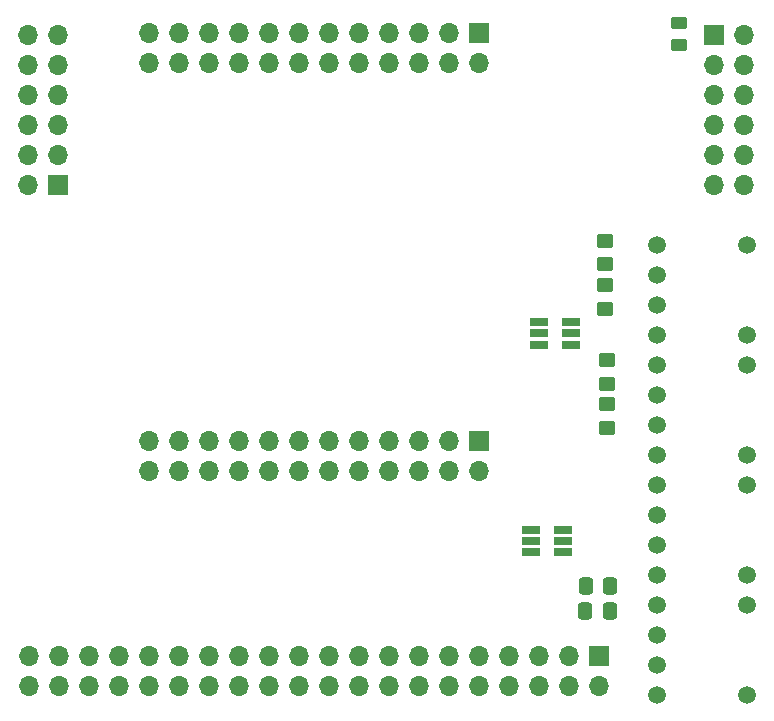
<source format=gts>
G04 #@! TF.GenerationSoftware,KiCad,Pcbnew,(6.0.6)*
G04 #@! TF.CreationDate,2022-08-29T09:38:23+02:00*
G04 #@! TF.ProjectId,afe-ep-shield,6166652d-6570-42d7-9368-69656c642e6b,rev?*
G04 #@! TF.SameCoordinates,Original*
G04 #@! TF.FileFunction,Soldermask,Top*
G04 #@! TF.FilePolarity,Negative*
%FSLAX46Y46*%
G04 Gerber Fmt 4.6, Leading zero omitted, Abs format (unit mm)*
G04 Created by KiCad (PCBNEW (6.0.6)) date 2022-08-29 09:38:23*
%MOMM*%
%LPD*%
G01*
G04 APERTURE LIST*
G04 Aperture macros list*
%AMRoundRect*
0 Rectangle with rounded corners*
0 $1 Rounding radius*
0 $2 $3 $4 $5 $6 $7 $8 $9 X,Y pos of 4 corners*
0 Add a 4 corners polygon primitive as box body*
4,1,4,$2,$3,$4,$5,$6,$7,$8,$9,$2,$3,0*
0 Add four circle primitives for the rounded corners*
1,1,$1+$1,$2,$3*
1,1,$1+$1,$4,$5*
1,1,$1+$1,$6,$7*
1,1,$1+$1,$8,$9*
0 Add four rect primitives between the rounded corners*
20,1,$1+$1,$2,$3,$4,$5,0*
20,1,$1+$1,$4,$5,$6,$7,0*
20,1,$1+$1,$6,$7,$8,$9,0*
20,1,$1+$1,$8,$9,$2,$3,0*%
G04 Aperture macros list end*
%ADD10RoundRect,0.250000X-0.450000X0.350000X-0.450000X-0.350000X0.450000X-0.350000X0.450000X0.350000X0*%
%ADD11C,1.515000*%
%ADD12R,1.560000X0.650000*%
%ADD13R,1.700000X1.700000*%
%ADD14O,1.700000X1.700000*%
%ADD15RoundRect,0.250000X-0.337500X-0.475000X0.337500X-0.475000X0.337500X0.475000X-0.337500X0.475000X0*%
%ADD16RoundRect,0.250000X0.450000X-0.262500X0.450000X0.262500X-0.450000X0.262500X-0.450000X-0.262500X0*%
G04 APERTURE END LIST*
D10*
X110871000Y-38852600D03*
X110871000Y-40852600D03*
D11*
X115265200Y-39192200D03*
X115265200Y-41732200D03*
X115265200Y-44272200D03*
X115265200Y-46812200D03*
X122885200Y-46812200D03*
X122885200Y-39192200D03*
X115265200Y-69672200D03*
X115265200Y-72212200D03*
X115265200Y-74752200D03*
X115265200Y-77292200D03*
X122885200Y-77292200D03*
X122885200Y-69672200D03*
X115265200Y-59512200D03*
X115265200Y-62052200D03*
X115265200Y-64592200D03*
X115265200Y-67132200D03*
X122885200Y-67132200D03*
X122885200Y-59512200D03*
D10*
X111074200Y-52705000D03*
X111074200Y-54705000D03*
D12*
X104589500Y-63337400D03*
X104589500Y-64287400D03*
X104589500Y-65237400D03*
X107289500Y-65237400D03*
X107289500Y-64287400D03*
X107289500Y-63337400D03*
X107953800Y-47635200D03*
X107953800Y-46685200D03*
X107953800Y-45735200D03*
X105253800Y-45735200D03*
X105253800Y-46685200D03*
X105253800Y-47635200D03*
D10*
X111074200Y-48936400D03*
X111074200Y-50936400D03*
D13*
X100228400Y-55773400D03*
D14*
X100228400Y-58313400D03*
X97688400Y-55773400D03*
X97688400Y-58313400D03*
X95148400Y-55773400D03*
X95148400Y-58313400D03*
X92608400Y-55773400D03*
X92608400Y-58313400D03*
X90068400Y-55773400D03*
X90068400Y-58313400D03*
X87528400Y-55773400D03*
X87528400Y-58313400D03*
X84988400Y-55773400D03*
X84988400Y-58313400D03*
X82448400Y-55773400D03*
X82448400Y-58313400D03*
X79908400Y-55773400D03*
X79908400Y-58313400D03*
X77368400Y-55773400D03*
X77368400Y-58313400D03*
X74828400Y-55773400D03*
X74828400Y-58313400D03*
X72288400Y-55773400D03*
X72288400Y-58313400D03*
D10*
X110871000Y-42611800D03*
X110871000Y-44611800D03*
D13*
X120065800Y-21463000D03*
D14*
X122605800Y-21463000D03*
X120065800Y-24003000D03*
X122605800Y-24003000D03*
X120065800Y-26543000D03*
X122605800Y-26543000D03*
X120065800Y-29083000D03*
X122605800Y-29083000D03*
X120065800Y-31623000D03*
X122605800Y-31623000D03*
X120065800Y-34163000D03*
X122605800Y-34163000D03*
D15*
X109202400Y-70180200D03*
X111277400Y-70180200D03*
D11*
X115265200Y-49352200D03*
X115265200Y-51892200D03*
X115265200Y-54432200D03*
X115265200Y-56972200D03*
X122885200Y-56972200D03*
X122885200Y-49352200D03*
D13*
X100228400Y-21243000D03*
D14*
X100228400Y-23783000D03*
X97688400Y-21243000D03*
X97688400Y-23783000D03*
X95148400Y-21243000D03*
X95148400Y-23783000D03*
X92608400Y-21243000D03*
X92608400Y-23783000D03*
X90068400Y-21243000D03*
X90068400Y-23783000D03*
X87528400Y-21243000D03*
X87528400Y-23783000D03*
X84988400Y-21243000D03*
X84988400Y-23783000D03*
X82448400Y-21243000D03*
X82448400Y-23783000D03*
X79908400Y-21243000D03*
X79908400Y-23783000D03*
X77368400Y-21243000D03*
X77368400Y-23783000D03*
X74828400Y-21243000D03*
X74828400Y-23783000D03*
X72288400Y-21243000D03*
X72288400Y-23783000D03*
D13*
X110383400Y-73985200D03*
D14*
X110383400Y-76525200D03*
X107843400Y-73985200D03*
X107843400Y-76525200D03*
X105303400Y-73985200D03*
X105303400Y-76525200D03*
X102763400Y-73985200D03*
X102763400Y-76525200D03*
X100223400Y-73985200D03*
X100223400Y-76525200D03*
X97683400Y-73985200D03*
X97683400Y-76525200D03*
X95143400Y-73985200D03*
X95143400Y-76525200D03*
X92603400Y-73985200D03*
X92603400Y-76525200D03*
X90063400Y-73985200D03*
X90063400Y-76525200D03*
X87523400Y-73985200D03*
X87523400Y-76525200D03*
X84983400Y-73985200D03*
X84983400Y-76525200D03*
X82443400Y-73985200D03*
X82443400Y-76525200D03*
X79903400Y-73985200D03*
X79903400Y-76525200D03*
X77363400Y-73985200D03*
X77363400Y-76525200D03*
X74823400Y-73985200D03*
X74823400Y-76525200D03*
X72283400Y-73985200D03*
X72283400Y-76525200D03*
X69743400Y-73985200D03*
X69743400Y-76525200D03*
X67203400Y-73985200D03*
X67203400Y-76525200D03*
X64663400Y-73985200D03*
X64663400Y-76525200D03*
X62123400Y-73985200D03*
X62123400Y-76525200D03*
D16*
X117144800Y-22248500D03*
X117144800Y-20423500D03*
D15*
X109227800Y-68097400D03*
X111302800Y-68097400D03*
D13*
X64592200Y-34163000D03*
D14*
X62052200Y-34163000D03*
X64592200Y-31623000D03*
X62052200Y-31623000D03*
X64592200Y-29083000D03*
X62052200Y-29083000D03*
X64592200Y-26543000D03*
X62052200Y-26543000D03*
X64592200Y-24003000D03*
X62052200Y-24003000D03*
X64592200Y-21463000D03*
X62052200Y-21463000D03*
M02*

</source>
